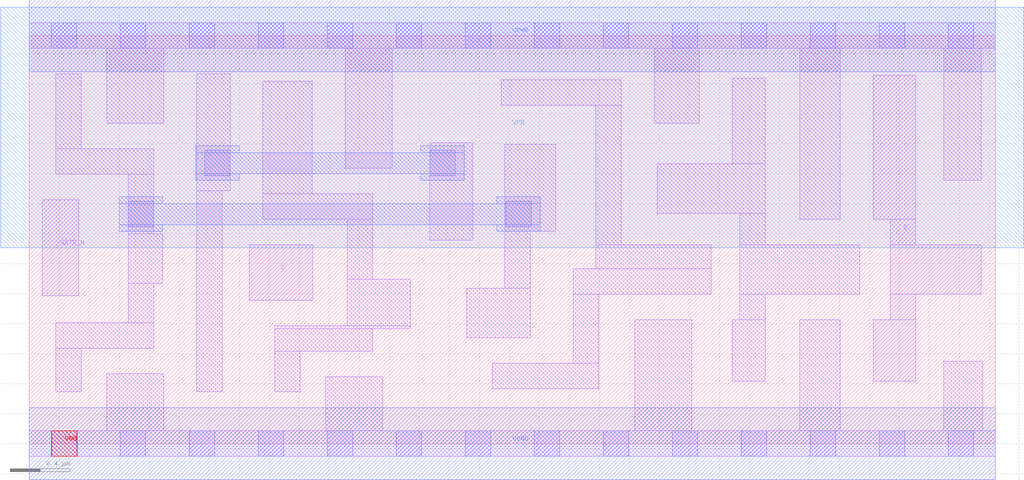
<source format=lef>
# Copyright 2020 The SkyWater PDK Authors
#
# Licensed under the Apache License, Version 2.0 (the "License");
# you may not use this file except in compliance with the License.
# You may obtain a copy of the License at
#
#     https://www.apache.org/licenses/LICENSE-2.0
#
# Unless required by applicable law or agreed to in writing, software
# distributed under the License is distributed on an "AS IS" BASIS,
# WITHOUT WARRANTIES OR CONDITIONS OF ANY KIND, either express or implied.
# See the License for the specific language governing permissions and
# limitations under the License.
#
# SPDX-License-Identifier: Apache-2.0

VERSION 5.7 ;
  NOWIREEXTENSIONATPIN ON ;
  DIVIDERCHAR "/" ;
  BUSBITCHARS "[]" ;
PROPERTYDEFINITIONS
  MACRO maskLayoutSubType STRING ;
  MACRO prCellType STRING ;
  MACRO originalViewName STRING ;
END PROPERTYDEFINITIONS
MACRO sky130_fd_sc_hdll__dlxtn_2
  CLASS CORE ;
  FOREIGN sky130_fd_sc_hdll__dlxtn_2 ;
  ORIGIN  0.000000  0.000000 ;
  SIZE  6.440000 BY  2.720000 ;
  SYMMETRY X Y R90 ;
  SITE unithd ;
  PIN D
    ANTENNAGATEAREA  0.178200 ;
    DIRECTION INPUT ;
    USE SIGNAL ;
    PORT
      LAYER li1 ;
        RECT 1.465000 0.955000 1.890000 1.325000 ;
    END
  END D
  PIN GATE_N
    ANTENNAGATEAREA  0.178200 ;
    DIRECTION INPUT ;
    USE SIGNAL ;
    PORT
      LAYER li1 ;
        RECT 0.085000 0.985000 0.330000 1.625000 ;
    END
  END GATE_N
  PIN Q
    ANTENNADIFFAREA  0.498000 ;
    DIRECTION OUTPUT ;
    USE SIGNAL ;
    PORT
      LAYER li1 ;
        RECT 5.625000 0.415000 5.910000 0.825000 ;
        RECT 5.625000 1.495000 5.910000 2.455000 ;
        RECT 5.740000 0.825000 5.910000 0.995000 ;
        RECT 5.740000 0.995000 6.345000 1.325000 ;
        RECT 5.740000 1.325000 5.910000 1.495000 ;
    END
  END Q
  PIN VGND
    ANTENNADIFFAREA  0.776000 ;
    DIRECTION INOUT ;
    USE SIGNAL ;
    PORT
      LAYER met1 ;
        RECT 0.000000 -0.240000 6.440000 0.240000 ;
    END
  END VGND
  PIN VNB
    PORT
      LAYER pwell ;
        RECT 0.150000 -0.085000 0.320000 0.085000 ;
    END
  END VNB
  PIN VPB
    PORT
      LAYER nwell ;
        RECT -0.190000 1.305000 6.630000 2.910000 ;
    END
  END VPB
  PIN VPWR
    ANTENNADIFFAREA  1.044600 ;
    DIRECTION INOUT ;
    USE SIGNAL ;
    PORT
      LAYER met1 ;
        RECT 0.000000 2.480000 6.440000 2.960000 ;
    END
  END VPWR
  OBS
    LAYER li1 ;
      RECT 0.000000 -0.085000 6.440000 0.085000 ;
      RECT 0.000000  2.635000 6.440000 2.805000 ;
      RECT 0.175000  0.345000 0.345000 0.635000 ;
      RECT 0.175000  0.635000 0.830000 0.805000 ;
      RECT 0.175000  1.795000 0.830000 1.965000 ;
      RECT 0.175000  1.965000 0.345000 2.465000 ;
      RECT 0.515000  0.085000 0.895000 0.465000 ;
      RECT 0.515000  2.135000 0.895000 2.635000 ;
      RECT 0.660000  0.805000 0.830000 1.070000 ;
      RECT 0.660000  1.070000 0.890000 1.400000 ;
      RECT 0.660000  1.400000 0.830000 1.795000 ;
      RECT 1.115000  0.345000 1.285000 1.685000 ;
      RECT 1.115000  1.685000 1.340000 2.465000 ;
      RECT 1.555000  1.495000 2.290000 1.665000 ;
      RECT 1.555000  1.665000 1.885000 2.415000 ;
      RECT 1.635000  0.345000 1.805000 0.615000 ;
      RECT 1.635000  0.615000 2.290000 0.765000 ;
      RECT 1.635000  0.765000 2.540000 0.785000 ;
      RECT 1.975000  0.085000 2.355000 0.445000 ;
      RECT 2.105000  1.835000 2.420000 2.635000 ;
      RECT 2.120000  0.785000 2.540000 1.095000 ;
      RECT 2.120000  1.095000 2.290000 1.495000 ;
      RECT 2.670000  1.355000 2.955000 2.005000 ;
      RECT 2.915000  0.705000 3.340000 1.035000 ;
      RECT 3.085000  0.365000 3.795000 0.535000 ;
      RECT 3.145000  2.255000 3.945000 2.425000 ;
      RECT 3.170000  1.035000 3.340000 1.415000 ;
      RECT 3.170000  1.415000 3.510000 1.995000 ;
      RECT 3.625000  0.535000 3.795000 0.995000 ;
      RECT 3.625000  0.995000 4.545000 1.165000 ;
      RECT 3.775000  1.165000 4.545000 1.325000 ;
      RECT 3.775000  1.325000 3.945000 2.255000 ;
      RECT 4.035000  0.085000 4.415000 0.825000 ;
      RECT 4.165000  2.135000 4.465000 2.635000 ;
      RECT 4.185000  1.535000 4.905000 1.865000 ;
      RECT 4.685000  0.415000 4.905000 0.825000 ;
      RECT 4.685000  1.865000 4.905000 2.435000 ;
      RECT 4.735000  0.825000 4.905000 0.995000 ;
      RECT 4.735000  0.995000 5.535000 1.325000 ;
      RECT 4.735000  1.325000 4.905000 1.535000 ;
      RECT 5.135000  0.085000 5.405000 0.825000 ;
      RECT 5.135000  1.495000 5.405000 2.635000 ;
      RECT 6.095000  0.085000 6.355000 0.550000 ;
      RECT 6.095000  1.755000 6.345000 2.635000 ;
    LAYER mcon ;
      RECT 0.145000 -0.085000 0.315000 0.085000 ;
      RECT 0.145000  2.635000 0.315000 2.805000 ;
      RECT 0.605000 -0.085000 0.775000 0.085000 ;
      RECT 0.605000  2.635000 0.775000 2.805000 ;
      RECT 0.660000  1.445000 0.830000 1.615000 ;
      RECT 1.065000 -0.085000 1.235000 0.085000 ;
      RECT 1.065000  2.635000 1.235000 2.805000 ;
      RECT 1.170000  1.785000 1.340000 1.955000 ;
      RECT 1.525000 -0.085000 1.695000 0.085000 ;
      RECT 1.525000  2.635000 1.695000 2.805000 ;
      RECT 1.985000 -0.085000 2.155000 0.085000 ;
      RECT 1.985000  2.635000 2.155000 2.805000 ;
      RECT 2.445000 -0.085000 2.615000 0.085000 ;
      RECT 2.445000  2.635000 2.615000 2.805000 ;
      RECT 2.670000  1.785000 2.840000 1.955000 ;
      RECT 2.905000 -0.085000 3.075000 0.085000 ;
      RECT 2.905000  2.635000 3.075000 2.805000 ;
      RECT 3.175000  1.445000 3.345000 1.615000 ;
      RECT 3.365000 -0.085000 3.535000 0.085000 ;
      RECT 3.365000  2.635000 3.535000 2.805000 ;
      RECT 3.825000 -0.085000 3.995000 0.085000 ;
      RECT 3.825000  2.635000 3.995000 2.805000 ;
      RECT 4.285000 -0.085000 4.455000 0.085000 ;
      RECT 4.285000  2.635000 4.455000 2.805000 ;
      RECT 4.745000 -0.085000 4.915000 0.085000 ;
      RECT 4.745000  2.635000 4.915000 2.805000 ;
      RECT 5.205000 -0.085000 5.375000 0.085000 ;
      RECT 5.205000  2.635000 5.375000 2.805000 ;
      RECT 5.665000 -0.085000 5.835000 0.085000 ;
      RECT 5.665000  2.635000 5.835000 2.805000 ;
      RECT 6.125000 -0.085000 6.295000 0.085000 ;
      RECT 6.125000  2.635000 6.295000 2.805000 ;
    LAYER met1 ;
      RECT 0.600000 1.415000 0.890000 1.460000 ;
      RECT 0.600000 1.460000 3.405000 1.600000 ;
      RECT 0.600000 1.600000 0.890000 1.645000 ;
      RECT 1.110000 1.755000 1.400000 1.800000 ;
      RECT 1.110000 1.800000 2.900000 1.940000 ;
      RECT 1.110000 1.940000 1.400000 1.985000 ;
      RECT 2.610000 1.755000 2.900000 1.800000 ;
      RECT 2.610000 1.940000 2.900000 1.985000 ;
      RECT 3.115000 1.415000 3.405000 1.460000 ;
      RECT 3.115000 1.600000 3.405000 1.645000 ;
  END
  PROPERTY maskLayoutSubType "abstract" ;
  PROPERTY prCellType "standard" ;
  PROPERTY originalViewName "layout" ;
END sky130_fd_sc_hdll__dlxtn_2
END LIBRARY

</source>
